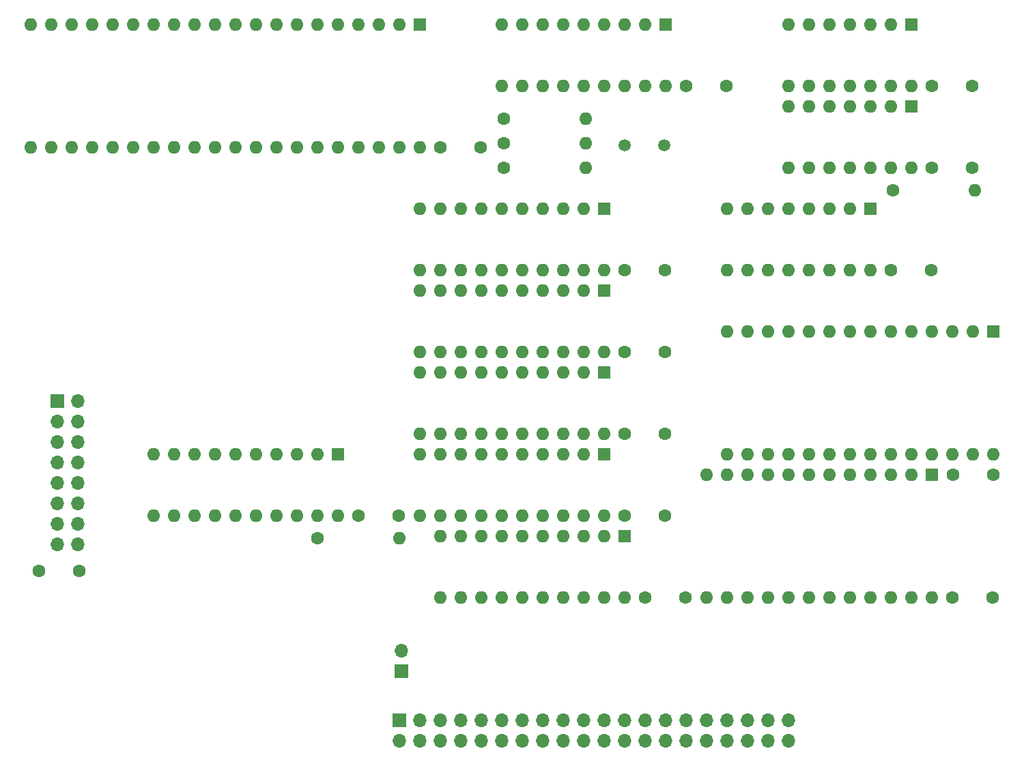
<source format=gbr>
G04 #@! TF.GenerationSoftware,KiCad,Pcbnew,(5.1.8)-1*
G04 #@! TF.CreationDate,2022-06-05T20:07:46-06:00*
G04 #@! TF.ProjectId,PI86 V3,50493836-2056-4332-9e6b-696361645f70,rev?*
G04 #@! TF.SameCoordinates,Original*
G04 #@! TF.FileFunction,Soldermask,Top*
G04 #@! TF.FilePolarity,Negative*
%FSLAX46Y46*%
G04 Gerber Fmt 4.6, Leading zero omitted, Abs format (unit mm)*
G04 Created by KiCad (PCBNEW (5.1.8)-1) date 2022-06-05 20:07:46*
%MOMM*%
%LPD*%
G01*
G04 APERTURE LIST*
%ADD10O,1.600000X1.600000*%
%ADD11R,1.600000X1.600000*%
%ADD12C,1.600000*%
%ADD13O,1.700000X1.700000*%
%ADD14R,1.700000X1.700000*%
%ADD15C,1.500000*%
G04 APERTURE END LIST*
D10*
G04 #@! TO.C,U8*
X193032380Y-105892600D03*
X165092380Y-90652600D03*
X190492380Y-105892600D03*
X167632380Y-90652600D03*
X187952380Y-105892600D03*
X170172380Y-90652600D03*
X185412380Y-105892600D03*
X172712380Y-90652600D03*
X182872380Y-105892600D03*
X175252380Y-90652600D03*
X180332380Y-105892600D03*
X177792380Y-90652600D03*
X177792380Y-105892600D03*
X180332380Y-90652600D03*
X175252380Y-105892600D03*
X182872380Y-90652600D03*
X172712380Y-105892600D03*
X185412380Y-90652600D03*
X170172380Y-105892600D03*
X187952380Y-90652600D03*
X167632380Y-105892600D03*
X190492380Y-90652600D03*
X165092380Y-105892600D03*
D11*
X193032380Y-90652600D03*
G04 #@! TD*
D12*
G04 #@! TO.C,C14*
X87288380Y-102590600D03*
X82288380Y-102590600D03*
G04 #@! TD*
D13*
G04 #@! TO.C,J3*
X87114380Y-99288600D03*
X84574380Y-99288600D03*
X87114380Y-96748600D03*
X84574380Y-96748600D03*
X87114380Y-94208600D03*
X84574380Y-94208600D03*
X87114380Y-91668600D03*
X84574380Y-91668600D03*
X87114380Y-89128600D03*
X84574380Y-89128600D03*
X87114380Y-86588600D03*
X84574380Y-86588600D03*
X87114380Y-84048600D03*
X84574380Y-84048600D03*
X87114380Y-81508600D03*
D14*
X84574380Y-81508600D03*
G04 #@! TD*
D10*
G04 #@! TO.C,U13*
X154932380Y-105892600D03*
X132072380Y-98272600D03*
X152392380Y-105892600D03*
X134612380Y-98272600D03*
X149852380Y-105892600D03*
X137152380Y-98272600D03*
X147312380Y-105892600D03*
X139692380Y-98272600D03*
X144772380Y-105892600D03*
X142232380Y-98272600D03*
X142232380Y-105892600D03*
X144772380Y-98272600D03*
X139692380Y-105892600D03*
X147312380Y-98272600D03*
X137152380Y-105892600D03*
X149852380Y-98272600D03*
X134612380Y-105892600D03*
X152392380Y-98272600D03*
X132072380Y-105892600D03*
D11*
X154932380Y-98272600D03*
G04 #@! TD*
D12*
G04 #@! TO.C,C13*
X157472380Y-105892600D03*
X162472380Y-105892600D03*
G04 #@! TD*
D10*
G04 #@! TO.C,U12*
X185412380Y-65252600D03*
X167632380Y-57632600D03*
X182872380Y-65252600D03*
X170172380Y-57632600D03*
X180332380Y-65252600D03*
X172712380Y-57632600D03*
X177792380Y-65252600D03*
X175252380Y-57632600D03*
X175252380Y-65252600D03*
X177792380Y-57632600D03*
X172712380Y-65252600D03*
X180332380Y-57632600D03*
X170172380Y-65252600D03*
X182872380Y-57632600D03*
X167632380Y-65252600D03*
D11*
X185412380Y-57632600D03*
G04 #@! TD*
D10*
G04 #@! TO.C,R4*
X150106380Y-52552600D03*
D12*
X139946380Y-52552600D03*
G04 #@! TD*
D10*
G04 #@! TO.C,R3*
X198366380Y-55346600D03*
D12*
X188206380Y-55346600D03*
G04 #@! TD*
G04 #@! TO.C,C12*
X187952380Y-65252600D03*
X192952380Y-65252600D03*
G04 #@! TD*
D15*
G04 #@! TO.C,Y1*
X159832380Y-49758600D03*
X154932380Y-49758600D03*
G04 #@! TD*
D10*
G04 #@! TO.C,U11*
X190492380Y-42392600D03*
X175252380Y-34772600D03*
X187952380Y-42392600D03*
X177792380Y-34772600D03*
X185412380Y-42392600D03*
X180332380Y-34772600D03*
X182872380Y-42392600D03*
X182872380Y-34772600D03*
X180332380Y-42392600D03*
X185412380Y-34772600D03*
X177792380Y-42392600D03*
X187952380Y-34772600D03*
X175252380Y-42392600D03*
D11*
X190492380Y-34772600D03*
G04 #@! TD*
D10*
G04 #@! TO.C,U10*
X190492380Y-52552600D03*
X175252380Y-44932600D03*
X187952380Y-52552600D03*
X177792380Y-44932600D03*
X185412380Y-52552600D03*
X180332380Y-44932600D03*
X182872380Y-52552600D03*
X182872380Y-44932600D03*
X180332380Y-52552600D03*
X185412380Y-44932600D03*
X177792380Y-52552600D03*
X187952380Y-44932600D03*
X175252380Y-52552600D03*
D11*
X190492380Y-44932600D03*
G04 #@! TD*
D10*
G04 #@! TO.C,U9*
X152392380Y-85572600D03*
X129532380Y-77952600D03*
X149852380Y-85572600D03*
X132072380Y-77952600D03*
X147312380Y-85572600D03*
X134612380Y-77952600D03*
X144772380Y-85572600D03*
X137152380Y-77952600D03*
X142232380Y-85572600D03*
X139692380Y-77952600D03*
X139692380Y-85572600D03*
X142232380Y-77952600D03*
X137152380Y-85572600D03*
X144772380Y-77952600D03*
X134612380Y-85572600D03*
X147312380Y-77952600D03*
X132072380Y-85572600D03*
X149852380Y-77952600D03*
X129532380Y-85572600D03*
D11*
X152392380Y-77952600D03*
G04 #@! TD*
D10*
G04 #@! TO.C,U7*
X200652380Y-88112600D03*
X167632380Y-72872600D03*
X198112380Y-88112600D03*
X170172380Y-72872600D03*
X195572380Y-88112600D03*
X172712380Y-72872600D03*
X193032380Y-88112600D03*
X175252380Y-72872600D03*
X190492380Y-88112600D03*
X177792380Y-72872600D03*
X187952380Y-88112600D03*
X180332380Y-72872600D03*
X185412380Y-88112600D03*
X182872380Y-72872600D03*
X182872380Y-88112600D03*
X185412380Y-72872600D03*
X180332380Y-88112600D03*
X187952380Y-72872600D03*
X177792380Y-88112600D03*
X190492380Y-72872600D03*
X175252380Y-88112600D03*
X193032380Y-72872600D03*
X172712380Y-88112600D03*
X195572380Y-72872600D03*
X170172380Y-88112600D03*
X198112380Y-72872600D03*
X167632380Y-88112600D03*
D11*
X200652380Y-72872600D03*
G04 #@! TD*
D10*
G04 #@! TO.C,U6*
X160012380Y-42392600D03*
X139692380Y-34772600D03*
X157472380Y-42392600D03*
X142232380Y-34772600D03*
X154932380Y-42392600D03*
X144772380Y-34772600D03*
X152392380Y-42392600D03*
X147312380Y-34772600D03*
X149852380Y-42392600D03*
X149852380Y-34772600D03*
X147312380Y-42392600D03*
X152392380Y-34772600D03*
X144772380Y-42392600D03*
X154932380Y-34772600D03*
X142232380Y-42392600D03*
X157472380Y-34772600D03*
X139692380Y-42392600D03*
D11*
X160012380Y-34772600D03*
G04 #@! TD*
D10*
G04 #@! TO.C,U5*
X152392380Y-65252600D03*
X129532380Y-57632600D03*
X149852380Y-65252600D03*
X132072380Y-57632600D03*
X147312380Y-65252600D03*
X134612380Y-57632600D03*
X144772380Y-65252600D03*
X137152380Y-57632600D03*
X142232380Y-65252600D03*
X139692380Y-57632600D03*
X139692380Y-65252600D03*
X142232380Y-57632600D03*
X137152380Y-65252600D03*
X144772380Y-57632600D03*
X134612380Y-65252600D03*
X147312380Y-57632600D03*
X132072380Y-65252600D03*
X149852380Y-57632600D03*
X129532380Y-65252600D03*
D11*
X152392380Y-57632600D03*
G04 #@! TD*
D10*
G04 #@! TO.C,U4*
X119372380Y-95732600D03*
X96512380Y-88112600D03*
X116832380Y-95732600D03*
X99052380Y-88112600D03*
X114292380Y-95732600D03*
X101592380Y-88112600D03*
X111752380Y-95732600D03*
X104132380Y-88112600D03*
X109212380Y-95732600D03*
X106672380Y-88112600D03*
X106672380Y-95732600D03*
X109212380Y-88112600D03*
X104132380Y-95732600D03*
X111752380Y-88112600D03*
X101592380Y-95732600D03*
X114292380Y-88112600D03*
X99052380Y-95732600D03*
X116832380Y-88112600D03*
X96512380Y-95732600D03*
D11*
X119372380Y-88112600D03*
G04 #@! TD*
D10*
G04 #@! TO.C,U3*
X152392380Y-95732600D03*
X129532380Y-88112600D03*
X149852380Y-95732600D03*
X132072380Y-88112600D03*
X147312380Y-95732600D03*
X134612380Y-88112600D03*
X144772380Y-95732600D03*
X137152380Y-88112600D03*
X142232380Y-95732600D03*
X139692380Y-88112600D03*
X139692380Y-95732600D03*
X142232380Y-88112600D03*
X137152380Y-95732600D03*
X144772380Y-88112600D03*
X134612380Y-95732600D03*
X147312380Y-88112600D03*
X132072380Y-95732600D03*
X149852380Y-88112600D03*
X129532380Y-95732600D03*
D11*
X152392380Y-88112600D03*
G04 #@! TD*
D10*
G04 #@! TO.C,U2*
X152392380Y-75412600D03*
X129532380Y-67792600D03*
X149852380Y-75412600D03*
X132072380Y-67792600D03*
X147312380Y-75412600D03*
X134612380Y-67792600D03*
X144772380Y-75412600D03*
X137152380Y-67792600D03*
X142232380Y-75412600D03*
X139692380Y-67792600D03*
X139692380Y-75412600D03*
X142232380Y-67792600D03*
X137152380Y-75412600D03*
X144772380Y-67792600D03*
X134612380Y-75412600D03*
X147312380Y-67792600D03*
X132072380Y-75412600D03*
X149852380Y-67792600D03*
X129532380Y-75412600D03*
D11*
X152392380Y-67792600D03*
G04 #@! TD*
D10*
G04 #@! TO.C,U1*
X129532380Y-50012600D03*
X81272380Y-34772600D03*
X126992380Y-50012600D03*
X83812380Y-34772600D03*
X124452380Y-50012600D03*
X86352380Y-34772600D03*
X121912380Y-50012600D03*
X88892380Y-34772600D03*
X119372380Y-50012600D03*
X91432380Y-34772600D03*
X116832380Y-50012600D03*
X93972380Y-34772600D03*
X114292380Y-50012600D03*
X96512380Y-34772600D03*
X111752380Y-50012600D03*
X99052380Y-34772600D03*
X109212380Y-50012600D03*
X101592380Y-34772600D03*
X106672380Y-50012600D03*
X104132380Y-34772600D03*
X104132380Y-50012600D03*
X106672380Y-34772600D03*
X101592380Y-50012600D03*
X109212380Y-34772600D03*
X99052380Y-50012600D03*
X111752380Y-34772600D03*
X96512380Y-50012600D03*
X114292380Y-34772600D03*
X93972380Y-50012600D03*
X116832380Y-34772600D03*
X91432380Y-50012600D03*
X119372380Y-34772600D03*
X88892380Y-50012600D03*
X121912380Y-34772600D03*
X86352380Y-50012600D03*
X124452380Y-34772600D03*
X83812380Y-50012600D03*
X126992380Y-34772600D03*
X81272380Y-50012600D03*
D11*
X129532380Y-34772600D03*
G04 #@! TD*
D10*
G04 #@! TO.C,R5*
X126992380Y-98526600D03*
D12*
X116832380Y-98526600D03*
G04 #@! TD*
D10*
G04 #@! TO.C,R2*
X150106380Y-49504600D03*
D12*
X139946380Y-49504600D03*
G04 #@! TD*
D10*
G04 #@! TO.C,R1*
X150106380Y-46456600D03*
D12*
X139946380Y-46456600D03*
G04 #@! TD*
D13*
G04 #@! TO.C,J2*
X127246380Y-112496600D03*
D14*
X127246380Y-115036600D03*
G04 #@! TD*
D13*
G04 #@! TO.C,J1*
X175252380Y-123672600D03*
X175252380Y-121132600D03*
X172712380Y-123672600D03*
X172712380Y-121132600D03*
X170172380Y-123672600D03*
X170172380Y-121132600D03*
X167632380Y-123672600D03*
X167632380Y-121132600D03*
X165092380Y-123672600D03*
X165092380Y-121132600D03*
X162552380Y-123672600D03*
X162552380Y-121132600D03*
X160012380Y-123672600D03*
X160012380Y-121132600D03*
X157472380Y-123672600D03*
X157472380Y-121132600D03*
X154932380Y-123672600D03*
X154932380Y-121132600D03*
X152392380Y-123672600D03*
X152392380Y-121132600D03*
X149852380Y-123672600D03*
X149852380Y-121132600D03*
X147312380Y-123672600D03*
X147312380Y-121132600D03*
X144772380Y-123672600D03*
X144772380Y-121132600D03*
X142232380Y-123672600D03*
X142232380Y-121132600D03*
X139692380Y-123672600D03*
X139692380Y-121132600D03*
X137152380Y-123672600D03*
X137152380Y-121132600D03*
X134612380Y-123672600D03*
X134612380Y-121132600D03*
X132072380Y-123672600D03*
X132072380Y-121132600D03*
X129532380Y-123672600D03*
X129532380Y-121132600D03*
X126992380Y-123672600D03*
D14*
X126992380Y-121132600D03*
G04 #@! TD*
D12*
G04 #@! TO.C,C11*
X193032380Y-42392600D03*
X198032380Y-42392600D03*
G04 #@! TD*
G04 #@! TO.C,C10*
X193032380Y-52552600D03*
X198032380Y-52552600D03*
G04 #@! TD*
G04 #@! TO.C,C9*
X154932380Y-85572600D03*
X159932380Y-85572600D03*
G04 #@! TD*
G04 #@! TO.C,C8*
X195572380Y-105892600D03*
X200572380Y-105892600D03*
G04 #@! TD*
G04 #@! TO.C,C7*
X200652380Y-90652600D03*
X195652380Y-90652600D03*
G04 #@! TD*
G04 #@! TO.C,C6*
X162552380Y-42392600D03*
X167552380Y-42392600D03*
G04 #@! TD*
G04 #@! TO.C,C5*
X154932380Y-65252600D03*
X159932380Y-65252600D03*
G04 #@! TD*
G04 #@! TO.C,C4*
X121912380Y-95732600D03*
X126912380Y-95732600D03*
G04 #@! TD*
G04 #@! TO.C,C3*
X154932380Y-95732600D03*
X159932380Y-95732600D03*
G04 #@! TD*
G04 #@! TO.C,C2*
X154932380Y-75412600D03*
X159932380Y-75412600D03*
G04 #@! TD*
G04 #@! TO.C,C1*
X132072380Y-50012600D03*
X137072380Y-50012600D03*
G04 #@! TD*
M02*

</source>
